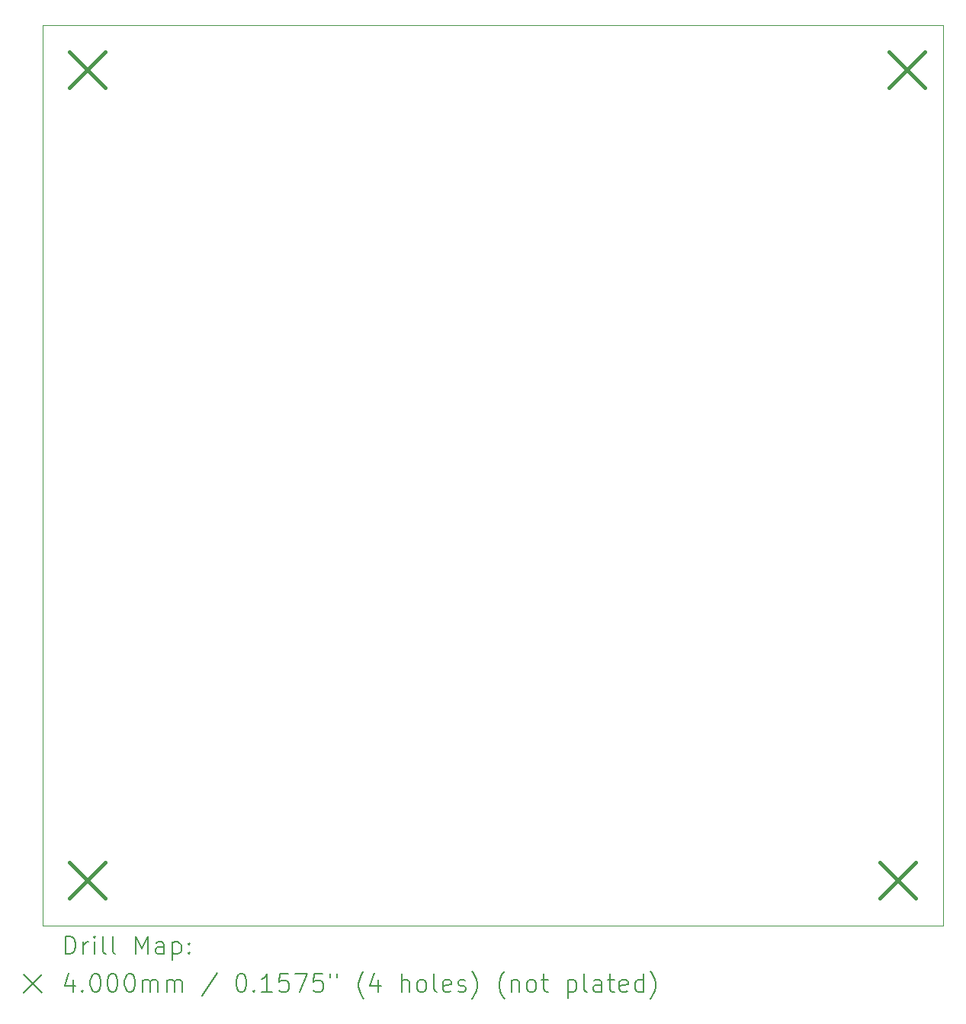
<source format=gbr>
%TF.GenerationSoftware,KiCad,Pcbnew,7.0.11+dfsg-1build4*%
%TF.CreationDate,2025-01-13T22:22:23-06:00*%
%TF.ProjectId,LEDpanel,4c454470-616e-4656-9c2e-6b696361645f,rev?*%
%TF.SameCoordinates,Original*%
%TF.FileFunction,Drillmap*%
%TF.FilePolarity,Positive*%
%FSLAX45Y45*%
G04 Gerber Fmt 4.5, Leading zero omitted, Abs format (unit mm)*
G04 Created by KiCad (PCBNEW 7.0.11+dfsg-1build4) date 2025-01-13 22:22:23*
%MOMM*%
%LPD*%
G01*
G04 APERTURE LIST*
%ADD10C,0.100000*%
%ADD11C,0.200000*%
%ADD12C,0.400000*%
G04 APERTURE END LIST*
D10*
X12500000Y-2500000D02*
X12500000Y-12500000D01*
X12500000Y-12500000D02*
X2500000Y-12500000D01*
X2500000Y-12500000D02*
X2500000Y-2500000D01*
X2500000Y-2500000D02*
X12500000Y-2500000D01*
D11*
D12*
X2800000Y-2800000D02*
X3200000Y-3200000D01*
X3200000Y-2800000D02*
X2800000Y-3200000D01*
X2800000Y-11800000D02*
X3200000Y-12200000D01*
X3200000Y-11800000D02*
X2800000Y-12200000D01*
X11800000Y-11800000D02*
X12200000Y-12200000D01*
X12200000Y-11800000D02*
X11800000Y-12200000D01*
X11900000Y-2800000D02*
X12300000Y-3200000D01*
X12300000Y-2800000D02*
X11900000Y-3200000D01*
D11*
X2755777Y-12816484D02*
X2755777Y-12616484D01*
X2755777Y-12616484D02*
X2803396Y-12616484D01*
X2803396Y-12616484D02*
X2831967Y-12626008D01*
X2831967Y-12626008D02*
X2851015Y-12645055D01*
X2851015Y-12645055D02*
X2860539Y-12664103D01*
X2860539Y-12664103D02*
X2870062Y-12702198D01*
X2870062Y-12702198D02*
X2870062Y-12730769D01*
X2870062Y-12730769D02*
X2860539Y-12768865D01*
X2860539Y-12768865D02*
X2851015Y-12787912D01*
X2851015Y-12787912D02*
X2831967Y-12806960D01*
X2831967Y-12806960D02*
X2803396Y-12816484D01*
X2803396Y-12816484D02*
X2755777Y-12816484D01*
X2955777Y-12816484D02*
X2955777Y-12683150D01*
X2955777Y-12721246D02*
X2965301Y-12702198D01*
X2965301Y-12702198D02*
X2974824Y-12692674D01*
X2974824Y-12692674D02*
X2993872Y-12683150D01*
X2993872Y-12683150D02*
X3012920Y-12683150D01*
X3079586Y-12816484D02*
X3079586Y-12683150D01*
X3079586Y-12616484D02*
X3070062Y-12626008D01*
X3070062Y-12626008D02*
X3079586Y-12635531D01*
X3079586Y-12635531D02*
X3089110Y-12626008D01*
X3089110Y-12626008D02*
X3079586Y-12616484D01*
X3079586Y-12616484D02*
X3079586Y-12635531D01*
X3203396Y-12816484D02*
X3184348Y-12806960D01*
X3184348Y-12806960D02*
X3174824Y-12787912D01*
X3174824Y-12787912D02*
X3174824Y-12616484D01*
X3308158Y-12816484D02*
X3289110Y-12806960D01*
X3289110Y-12806960D02*
X3279586Y-12787912D01*
X3279586Y-12787912D02*
X3279586Y-12616484D01*
X3536729Y-12816484D02*
X3536729Y-12616484D01*
X3536729Y-12616484D02*
X3603396Y-12759341D01*
X3603396Y-12759341D02*
X3670062Y-12616484D01*
X3670062Y-12616484D02*
X3670062Y-12816484D01*
X3851015Y-12816484D02*
X3851015Y-12711722D01*
X3851015Y-12711722D02*
X3841491Y-12692674D01*
X3841491Y-12692674D02*
X3822443Y-12683150D01*
X3822443Y-12683150D02*
X3784348Y-12683150D01*
X3784348Y-12683150D02*
X3765301Y-12692674D01*
X3851015Y-12806960D02*
X3831967Y-12816484D01*
X3831967Y-12816484D02*
X3784348Y-12816484D01*
X3784348Y-12816484D02*
X3765301Y-12806960D01*
X3765301Y-12806960D02*
X3755777Y-12787912D01*
X3755777Y-12787912D02*
X3755777Y-12768865D01*
X3755777Y-12768865D02*
X3765301Y-12749817D01*
X3765301Y-12749817D02*
X3784348Y-12740293D01*
X3784348Y-12740293D02*
X3831967Y-12740293D01*
X3831967Y-12740293D02*
X3851015Y-12730769D01*
X3946253Y-12683150D02*
X3946253Y-12883150D01*
X3946253Y-12692674D02*
X3965301Y-12683150D01*
X3965301Y-12683150D02*
X4003396Y-12683150D01*
X4003396Y-12683150D02*
X4022443Y-12692674D01*
X4022443Y-12692674D02*
X4031967Y-12702198D01*
X4031967Y-12702198D02*
X4041491Y-12721246D01*
X4041491Y-12721246D02*
X4041491Y-12778388D01*
X4041491Y-12778388D02*
X4031967Y-12797436D01*
X4031967Y-12797436D02*
X4022443Y-12806960D01*
X4022443Y-12806960D02*
X4003396Y-12816484D01*
X4003396Y-12816484D02*
X3965301Y-12816484D01*
X3965301Y-12816484D02*
X3946253Y-12806960D01*
X4127205Y-12797436D02*
X4136729Y-12806960D01*
X4136729Y-12806960D02*
X4127205Y-12816484D01*
X4127205Y-12816484D02*
X4117682Y-12806960D01*
X4117682Y-12806960D02*
X4127205Y-12797436D01*
X4127205Y-12797436D02*
X4127205Y-12816484D01*
X4127205Y-12692674D02*
X4136729Y-12702198D01*
X4136729Y-12702198D02*
X4127205Y-12711722D01*
X4127205Y-12711722D02*
X4117682Y-12702198D01*
X4117682Y-12702198D02*
X4127205Y-12692674D01*
X4127205Y-12692674D02*
X4127205Y-12711722D01*
X2295000Y-13045000D02*
X2495000Y-13245000D01*
X2495000Y-13045000D02*
X2295000Y-13245000D01*
X2841491Y-13103150D02*
X2841491Y-13236484D01*
X2793872Y-13026960D02*
X2746253Y-13169817D01*
X2746253Y-13169817D02*
X2870062Y-13169817D01*
X2946253Y-13217436D02*
X2955777Y-13226960D01*
X2955777Y-13226960D02*
X2946253Y-13236484D01*
X2946253Y-13236484D02*
X2936729Y-13226960D01*
X2936729Y-13226960D02*
X2946253Y-13217436D01*
X2946253Y-13217436D02*
X2946253Y-13236484D01*
X3079586Y-13036484D02*
X3098634Y-13036484D01*
X3098634Y-13036484D02*
X3117682Y-13046008D01*
X3117682Y-13046008D02*
X3127205Y-13055531D01*
X3127205Y-13055531D02*
X3136729Y-13074579D01*
X3136729Y-13074579D02*
X3146253Y-13112674D01*
X3146253Y-13112674D02*
X3146253Y-13160293D01*
X3146253Y-13160293D02*
X3136729Y-13198388D01*
X3136729Y-13198388D02*
X3127205Y-13217436D01*
X3127205Y-13217436D02*
X3117682Y-13226960D01*
X3117682Y-13226960D02*
X3098634Y-13236484D01*
X3098634Y-13236484D02*
X3079586Y-13236484D01*
X3079586Y-13236484D02*
X3060539Y-13226960D01*
X3060539Y-13226960D02*
X3051015Y-13217436D01*
X3051015Y-13217436D02*
X3041491Y-13198388D01*
X3041491Y-13198388D02*
X3031967Y-13160293D01*
X3031967Y-13160293D02*
X3031967Y-13112674D01*
X3031967Y-13112674D02*
X3041491Y-13074579D01*
X3041491Y-13074579D02*
X3051015Y-13055531D01*
X3051015Y-13055531D02*
X3060539Y-13046008D01*
X3060539Y-13046008D02*
X3079586Y-13036484D01*
X3270062Y-13036484D02*
X3289110Y-13036484D01*
X3289110Y-13036484D02*
X3308158Y-13046008D01*
X3308158Y-13046008D02*
X3317682Y-13055531D01*
X3317682Y-13055531D02*
X3327205Y-13074579D01*
X3327205Y-13074579D02*
X3336729Y-13112674D01*
X3336729Y-13112674D02*
X3336729Y-13160293D01*
X3336729Y-13160293D02*
X3327205Y-13198388D01*
X3327205Y-13198388D02*
X3317682Y-13217436D01*
X3317682Y-13217436D02*
X3308158Y-13226960D01*
X3308158Y-13226960D02*
X3289110Y-13236484D01*
X3289110Y-13236484D02*
X3270062Y-13236484D01*
X3270062Y-13236484D02*
X3251015Y-13226960D01*
X3251015Y-13226960D02*
X3241491Y-13217436D01*
X3241491Y-13217436D02*
X3231967Y-13198388D01*
X3231967Y-13198388D02*
X3222443Y-13160293D01*
X3222443Y-13160293D02*
X3222443Y-13112674D01*
X3222443Y-13112674D02*
X3231967Y-13074579D01*
X3231967Y-13074579D02*
X3241491Y-13055531D01*
X3241491Y-13055531D02*
X3251015Y-13046008D01*
X3251015Y-13046008D02*
X3270062Y-13036484D01*
X3460539Y-13036484D02*
X3479586Y-13036484D01*
X3479586Y-13036484D02*
X3498634Y-13046008D01*
X3498634Y-13046008D02*
X3508158Y-13055531D01*
X3508158Y-13055531D02*
X3517682Y-13074579D01*
X3517682Y-13074579D02*
X3527205Y-13112674D01*
X3527205Y-13112674D02*
X3527205Y-13160293D01*
X3527205Y-13160293D02*
X3517682Y-13198388D01*
X3517682Y-13198388D02*
X3508158Y-13217436D01*
X3508158Y-13217436D02*
X3498634Y-13226960D01*
X3498634Y-13226960D02*
X3479586Y-13236484D01*
X3479586Y-13236484D02*
X3460539Y-13236484D01*
X3460539Y-13236484D02*
X3441491Y-13226960D01*
X3441491Y-13226960D02*
X3431967Y-13217436D01*
X3431967Y-13217436D02*
X3422443Y-13198388D01*
X3422443Y-13198388D02*
X3412920Y-13160293D01*
X3412920Y-13160293D02*
X3412920Y-13112674D01*
X3412920Y-13112674D02*
X3422443Y-13074579D01*
X3422443Y-13074579D02*
X3431967Y-13055531D01*
X3431967Y-13055531D02*
X3441491Y-13046008D01*
X3441491Y-13046008D02*
X3460539Y-13036484D01*
X3612920Y-13236484D02*
X3612920Y-13103150D01*
X3612920Y-13122198D02*
X3622443Y-13112674D01*
X3622443Y-13112674D02*
X3641491Y-13103150D01*
X3641491Y-13103150D02*
X3670063Y-13103150D01*
X3670063Y-13103150D02*
X3689110Y-13112674D01*
X3689110Y-13112674D02*
X3698634Y-13131722D01*
X3698634Y-13131722D02*
X3698634Y-13236484D01*
X3698634Y-13131722D02*
X3708158Y-13112674D01*
X3708158Y-13112674D02*
X3727205Y-13103150D01*
X3727205Y-13103150D02*
X3755777Y-13103150D01*
X3755777Y-13103150D02*
X3774824Y-13112674D01*
X3774824Y-13112674D02*
X3784348Y-13131722D01*
X3784348Y-13131722D02*
X3784348Y-13236484D01*
X3879586Y-13236484D02*
X3879586Y-13103150D01*
X3879586Y-13122198D02*
X3889110Y-13112674D01*
X3889110Y-13112674D02*
X3908158Y-13103150D01*
X3908158Y-13103150D02*
X3936729Y-13103150D01*
X3936729Y-13103150D02*
X3955777Y-13112674D01*
X3955777Y-13112674D02*
X3965301Y-13131722D01*
X3965301Y-13131722D02*
X3965301Y-13236484D01*
X3965301Y-13131722D02*
X3974824Y-13112674D01*
X3974824Y-13112674D02*
X3993872Y-13103150D01*
X3993872Y-13103150D02*
X4022443Y-13103150D01*
X4022443Y-13103150D02*
X4041491Y-13112674D01*
X4041491Y-13112674D02*
X4051015Y-13131722D01*
X4051015Y-13131722D02*
X4051015Y-13236484D01*
X4441491Y-13026960D02*
X4270063Y-13284103D01*
X4698634Y-13036484D02*
X4717682Y-13036484D01*
X4717682Y-13036484D02*
X4736729Y-13046008D01*
X4736729Y-13046008D02*
X4746253Y-13055531D01*
X4746253Y-13055531D02*
X4755777Y-13074579D01*
X4755777Y-13074579D02*
X4765301Y-13112674D01*
X4765301Y-13112674D02*
X4765301Y-13160293D01*
X4765301Y-13160293D02*
X4755777Y-13198388D01*
X4755777Y-13198388D02*
X4746253Y-13217436D01*
X4746253Y-13217436D02*
X4736729Y-13226960D01*
X4736729Y-13226960D02*
X4717682Y-13236484D01*
X4717682Y-13236484D02*
X4698634Y-13236484D01*
X4698634Y-13236484D02*
X4679587Y-13226960D01*
X4679587Y-13226960D02*
X4670063Y-13217436D01*
X4670063Y-13217436D02*
X4660539Y-13198388D01*
X4660539Y-13198388D02*
X4651015Y-13160293D01*
X4651015Y-13160293D02*
X4651015Y-13112674D01*
X4651015Y-13112674D02*
X4660539Y-13074579D01*
X4660539Y-13074579D02*
X4670063Y-13055531D01*
X4670063Y-13055531D02*
X4679587Y-13046008D01*
X4679587Y-13046008D02*
X4698634Y-13036484D01*
X4851015Y-13217436D02*
X4860539Y-13226960D01*
X4860539Y-13226960D02*
X4851015Y-13236484D01*
X4851015Y-13236484D02*
X4841491Y-13226960D01*
X4841491Y-13226960D02*
X4851015Y-13217436D01*
X4851015Y-13217436D02*
X4851015Y-13236484D01*
X5051015Y-13236484D02*
X4936729Y-13236484D01*
X4993872Y-13236484D02*
X4993872Y-13036484D01*
X4993872Y-13036484D02*
X4974825Y-13065055D01*
X4974825Y-13065055D02*
X4955777Y-13084103D01*
X4955777Y-13084103D02*
X4936729Y-13093627D01*
X5231968Y-13036484D02*
X5136729Y-13036484D01*
X5136729Y-13036484D02*
X5127206Y-13131722D01*
X5127206Y-13131722D02*
X5136729Y-13122198D01*
X5136729Y-13122198D02*
X5155777Y-13112674D01*
X5155777Y-13112674D02*
X5203396Y-13112674D01*
X5203396Y-13112674D02*
X5222444Y-13122198D01*
X5222444Y-13122198D02*
X5231968Y-13131722D01*
X5231968Y-13131722D02*
X5241491Y-13150769D01*
X5241491Y-13150769D02*
X5241491Y-13198388D01*
X5241491Y-13198388D02*
X5231968Y-13217436D01*
X5231968Y-13217436D02*
X5222444Y-13226960D01*
X5222444Y-13226960D02*
X5203396Y-13236484D01*
X5203396Y-13236484D02*
X5155777Y-13236484D01*
X5155777Y-13236484D02*
X5136729Y-13226960D01*
X5136729Y-13226960D02*
X5127206Y-13217436D01*
X5308158Y-13036484D02*
X5441491Y-13036484D01*
X5441491Y-13036484D02*
X5355777Y-13236484D01*
X5612920Y-13036484D02*
X5517682Y-13036484D01*
X5517682Y-13036484D02*
X5508158Y-13131722D01*
X5508158Y-13131722D02*
X5517682Y-13122198D01*
X5517682Y-13122198D02*
X5536729Y-13112674D01*
X5536729Y-13112674D02*
X5584349Y-13112674D01*
X5584349Y-13112674D02*
X5603396Y-13122198D01*
X5603396Y-13122198D02*
X5612920Y-13131722D01*
X5612920Y-13131722D02*
X5622444Y-13150769D01*
X5622444Y-13150769D02*
X5622444Y-13198388D01*
X5622444Y-13198388D02*
X5612920Y-13217436D01*
X5612920Y-13217436D02*
X5603396Y-13226960D01*
X5603396Y-13226960D02*
X5584349Y-13236484D01*
X5584349Y-13236484D02*
X5536729Y-13236484D01*
X5536729Y-13236484D02*
X5517682Y-13226960D01*
X5517682Y-13226960D02*
X5508158Y-13217436D01*
X5698634Y-13036484D02*
X5698634Y-13074579D01*
X5774825Y-13036484D02*
X5774825Y-13074579D01*
X6070063Y-13312674D02*
X6060539Y-13303150D01*
X6060539Y-13303150D02*
X6041491Y-13274579D01*
X6041491Y-13274579D02*
X6031968Y-13255531D01*
X6031968Y-13255531D02*
X6022444Y-13226960D01*
X6022444Y-13226960D02*
X6012920Y-13179341D01*
X6012920Y-13179341D02*
X6012920Y-13141246D01*
X6012920Y-13141246D02*
X6022444Y-13093627D01*
X6022444Y-13093627D02*
X6031968Y-13065055D01*
X6031968Y-13065055D02*
X6041491Y-13046008D01*
X6041491Y-13046008D02*
X6060539Y-13017436D01*
X6060539Y-13017436D02*
X6070063Y-13007912D01*
X6231968Y-13103150D02*
X6231968Y-13236484D01*
X6184348Y-13026960D02*
X6136729Y-13169817D01*
X6136729Y-13169817D02*
X6260539Y-13169817D01*
X6489110Y-13236484D02*
X6489110Y-13036484D01*
X6574825Y-13236484D02*
X6574825Y-13131722D01*
X6574825Y-13131722D02*
X6565301Y-13112674D01*
X6565301Y-13112674D02*
X6546253Y-13103150D01*
X6546253Y-13103150D02*
X6517682Y-13103150D01*
X6517682Y-13103150D02*
X6498634Y-13112674D01*
X6498634Y-13112674D02*
X6489110Y-13122198D01*
X6698634Y-13236484D02*
X6679587Y-13226960D01*
X6679587Y-13226960D02*
X6670063Y-13217436D01*
X6670063Y-13217436D02*
X6660539Y-13198388D01*
X6660539Y-13198388D02*
X6660539Y-13141246D01*
X6660539Y-13141246D02*
X6670063Y-13122198D01*
X6670063Y-13122198D02*
X6679587Y-13112674D01*
X6679587Y-13112674D02*
X6698634Y-13103150D01*
X6698634Y-13103150D02*
X6727206Y-13103150D01*
X6727206Y-13103150D02*
X6746253Y-13112674D01*
X6746253Y-13112674D02*
X6755777Y-13122198D01*
X6755777Y-13122198D02*
X6765301Y-13141246D01*
X6765301Y-13141246D02*
X6765301Y-13198388D01*
X6765301Y-13198388D02*
X6755777Y-13217436D01*
X6755777Y-13217436D02*
X6746253Y-13226960D01*
X6746253Y-13226960D02*
X6727206Y-13236484D01*
X6727206Y-13236484D02*
X6698634Y-13236484D01*
X6879587Y-13236484D02*
X6860539Y-13226960D01*
X6860539Y-13226960D02*
X6851015Y-13207912D01*
X6851015Y-13207912D02*
X6851015Y-13036484D01*
X7031968Y-13226960D02*
X7012920Y-13236484D01*
X7012920Y-13236484D02*
X6974825Y-13236484D01*
X6974825Y-13236484D02*
X6955777Y-13226960D01*
X6955777Y-13226960D02*
X6946253Y-13207912D01*
X6946253Y-13207912D02*
X6946253Y-13131722D01*
X6946253Y-13131722D02*
X6955777Y-13112674D01*
X6955777Y-13112674D02*
X6974825Y-13103150D01*
X6974825Y-13103150D02*
X7012920Y-13103150D01*
X7012920Y-13103150D02*
X7031968Y-13112674D01*
X7031968Y-13112674D02*
X7041491Y-13131722D01*
X7041491Y-13131722D02*
X7041491Y-13150769D01*
X7041491Y-13150769D02*
X6946253Y-13169817D01*
X7117682Y-13226960D02*
X7136730Y-13236484D01*
X7136730Y-13236484D02*
X7174825Y-13236484D01*
X7174825Y-13236484D02*
X7193872Y-13226960D01*
X7193872Y-13226960D02*
X7203396Y-13207912D01*
X7203396Y-13207912D02*
X7203396Y-13198388D01*
X7203396Y-13198388D02*
X7193872Y-13179341D01*
X7193872Y-13179341D02*
X7174825Y-13169817D01*
X7174825Y-13169817D02*
X7146253Y-13169817D01*
X7146253Y-13169817D02*
X7127206Y-13160293D01*
X7127206Y-13160293D02*
X7117682Y-13141246D01*
X7117682Y-13141246D02*
X7117682Y-13131722D01*
X7117682Y-13131722D02*
X7127206Y-13112674D01*
X7127206Y-13112674D02*
X7146253Y-13103150D01*
X7146253Y-13103150D02*
X7174825Y-13103150D01*
X7174825Y-13103150D02*
X7193872Y-13112674D01*
X7270063Y-13312674D02*
X7279587Y-13303150D01*
X7279587Y-13303150D02*
X7298634Y-13274579D01*
X7298634Y-13274579D02*
X7308158Y-13255531D01*
X7308158Y-13255531D02*
X7317682Y-13226960D01*
X7317682Y-13226960D02*
X7327206Y-13179341D01*
X7327206Y-13179341D02*
X7327206Y-13141246D01*
X7327206Y-13141246D02*
X7317682Y-13093627D01*
X7317682Y-13093627D02*
X7308158Y-13065055D01*
X7308158Y-13065055D02*
X7298634Y-13046008D01*
X7298634Y-13046008D02*
X7279587Y-13017436D01*
X7279587Y-13017436D02*
X7270063Y-13007912D01*
X7631968Y-13312674D02*
X7622444Y-13303150D01*
X7622444Y-13303150D02*
X7603396Y-13274579D01*
X7603396Y-13274579D02*
X7593872Y-13255531D01*
X7593872Y-13255531D02*
X7584349Y-13226960D01*
X7584349Y-13226960D02*
X7574825Y-13179341D01*
X7574825Y-13179341D02*
X7574825Y-13141246D01*
X7574825Y-13141246D02*
X7584349Y-13093627D01*
X7584349Y-13093627D02*
X7593872Y-13065055D01*
X7593872Y-13065055D02*
X7603396Y-13046008D01*
X7603396Y-13046008D02*
X7622444Y-13017436D01*
X7622444Y-13017436D02*
X7631968Y-13007912D01*
X7708158Y-13103150D02*
X7708158Y-13236484D01*
X7708158Y-13122198D02*
X7717682Y-13112674D01*
X7717682Y-13112674D02*
X7736730Y-13103150D01*
X7736730Y-13103150D02*
X7765301Y-13103150D01*
X7765301Y-13103150D02*
X7784349Y-13112674D01*
X7784349Y-13112674D02*
X7793872Y-13131722D01*
X7793872Y-13131722D02*
X7793872Y-13236484D01*
X7917682Y-13236484D02*
X7898634Y-13226960D01*
X7898634Y-13226960D02*
X7889111Y-13217436D01*
X7889111Y-13217436D02*
X7879587Y-13198388D01*
X7879587Y-13198388D02*
X7879587Y-13141246D01*
X7879587Y-13141246D02*
X7889111Y-13122198D01*
X7889111Y-13122198D02*
X7898634Y-13112674D01*
X7898634Y-13112674D02*
X7917682Y-13103150D01*
X7917682Y-13103150D02*
X7946253Y-13103150D01*
X7946253Y-13103150D02*
X7965301Y-13112674D01*
X7965301Y-13112674D02*
X7974825Y-13122198D01*
X7974825Y-13122198D02*
X7984349Y-13141246D01*
X7984349Y-13141246D02*
X7984349Y-13198388D01*
X7984349Y-13198388D02*
X7974825Y-13217436D01*
X7974825Y-13217436D02*
X7965301Y-13226960D01*
X7965301Y-13226960D02*
X7946253Y-13236484D01*
X7946253Y-13236484D02*
X7917682Y-13236484D01*
X8041492Y-13103150D02*
X8117682Y-13103150D01*
X8070063Y-13036484D02*
X8070063Y-13207912D01*
X8070063Y-13207912D02*
X8079587Y-13226960D01*
X8079587Y-13226960D02*
X8098634Y-13236484D01*
X8098634Y-13236484D02*
X8117682Y-13236484D01*
X8336730Y-13103150D02*
X8336730Y-13303150D01*
X8336730Y-13112674D02*
X8355777Y-13103150D01*
X8355777Y-13103150D02*
X8393873Y-13103150D01*
X8393873Y-13103150D02*
X8412920Y-13112674D01*
X8412920Y-13112674D02*
X8422444Y-13122198D01*
X8422444Y-13122198D02*
X8431968Y-13141246D01*
X8431968Y-13141246D02*
X8431968Y-13198388D01*
X8431968Y-13198388D02*
X8422444Y-13217436D01*
X8422444Y-13217436D02*
X8412920Y-13226960D01*
X8412920Y-13226960D02*
X8393873Y-13236484D01*
X8393873Y-13236484D02*
X8355777Y-13236484D01*
X8355777Y-13236484D02*
X8336730Y-13226960D01*
X8546254Y-13236484D02*
X8527206Y-13226960D01*
X8527206Y-13226960D02*
X8517682Y-13207912D01*
X8517682Y-13207912D02*
X8517682Y-13036484D01*
X8708158Y-13236484D02*
X8708158Y-13131722D01*
X8708158Y-13131722D02*
X8698635Y-13112674D01*
X8698635Y-13112674D02*
X8679587Y-13103150D01*
X8679587Y-13103150D02*
X8641492Y-13103150D01*
X8641492Y-13103150D02*
X8622444Y-13112674D01*
X8708158Y-13226960D02*
X8689111Y-13236484D01*
X8689111Y-13236484D02*
X8641492Y-13236484D01*
X8641492Y-13236484D02*
X8622444Y-13226960D01*
X8622444Y-13226960D02*
X8612920Y-13207912D01*
X8612920Y-13207912D02*
X8612920Y-13188865D01*
X8612920Y-13188865D02*
X8622444Y-13169817D01*
X8622444Y-13169817D02*
X8641492Y-13160293D01*
X8641492Y-13160293D02*
X8689111Y-13160293D01*
X8689111Y-13160293D02*
X8708158Y-13150769D01*
X8774825Y-13103150D02*
X8851015Y-13103150D01*
X8803396Y-13036484D02*
X8803396Y-13207912D01*
X8803396Y-13207912D02*
X8812920Y-13226960D01*
X8812920Y-13226960D02*
X8831968Y-13236484D01*
X8831968Y-13236484D02*
X8851015Y-13236484D01*
X8993873Y-13226960D02*
X8974825Y-13236484D01*
X8974825Y-13236484D02*
X8936730Y-13236484D01*
X8936730Y-13236484D02*
X8917682Y-13226960D01*
X8917682Y-13226960D02*
X8908158Y-13207912D01*
X8908158Y-13207912D02*
X8908158Y-13131722D01*
X8908158Y-13131722D02*
X8917682Y-13112674D01*
X8917682Y-13112674D02*
X8936730Y-13103150D01*
X8936730Y-13103150D02*
X8974825Y-13103150D01*
X8974825Y-13103150D02*
X8993873Y-13112674D01*
X8993873Y-13112674D02*
X9003396Y-13131722D01*
X9003396Y-13131722D02*
X9003396Y-13150769D01*
X9003396Y-13150769D02*
X8908158Y-13169817D01*
X9174825Y-13236484D02*
X9174825Y-13036484D01*
X9174825Y-13226960D02*
X9155777Y-13236484D01*
X9155777Y-13236484D02*
X9117682Y-13236484D01*
X9117682Y-13236484D02*
X9098635Y-13226960D01*
X9098635Y-13226960D02*
X9089111Y-13217436D01*
X9089111Y-13217436D02*
X9079587Y-13198388D01*
X9079587Y-13198388D02*
X9079587Y-13141246D01*
X9079587Y-13141246D02*
X9089111Y-13122198D01*
X9089111Y-13122198D02*
X9098635Y-13112674D01*
X9098635Y-13112674D02*
X9117682Y-13103150D01*
X9117682Y-13103150D02*
X9155777Y-13103150D01*
X9155777Y-13103150D02*
X9174825Y-13112674D01*
X9251016Y-13312674D02*
X9260539Y-13303150D01*
X9260539Y-13303150D02*
X9279587Y-13274579D01*
X9279587Y-13274579D02*
X9289111Y-13255531D01*
X9289111Y-13255531D02*
X9298635Y-13226960D01*
X9298635Y-13226960D02*
X9308158Y-13179341D01*
X9308158Y-13179341D02*
X9308158Y-13141246D01*
X9308158Y-13141246D02*
X9298635Y-13093627D01*
X9298635Y-13093627D02*
X9289111Y-13065055D01*
X9289111Y-13065055D02*
X9279587Y-13046008D01*
X9279587Y-13046008D02*
X9260539Y-13017436D01*
X9260539Y-13017436D02*
X9251016Y-13007912D01*
M02*

</source>
